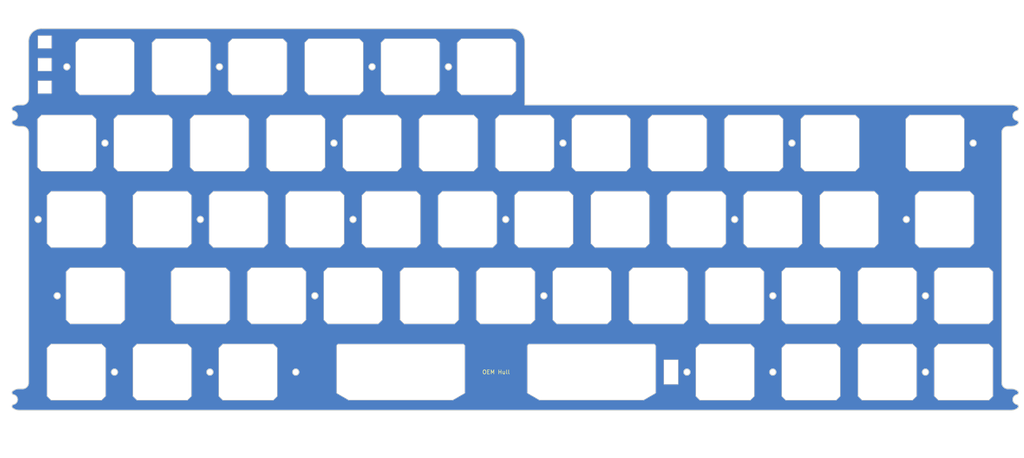
<source format=kicad_pcb>
(kicad_pcb (version 20240108) (generator "pcbnew") (generator_version "8.0")
  (layers (0 "F.Cu" signal) (31 "B.Cu" signal) (34 "B.Paste" user) (35 "F.Paste" user) (36 "B.SilkS" user "B.Silkscreen") (37 "F.SilkS" user "F.Silkscreen") (38 "B.Mask" user) (39 "F.Mask" user) (44 "Edge.Cuts" user))
  (net 0 "")
  (net 1 "GND")
  (footprint "cipulot_parts:ecs_plate_cut_1U" (layer "F.Cu") (at 242.8875 115.8875)
    (property "Reference" "REF**")
    (property "Value" "Value " (hide yes))
    (fp_line (start -7.3 -6) (end -7.3 6) (stroke (width 0.12)) (layer "Edge.Cuts"))
    (fp_line (start -7.3 6) (end -6.3 7) (stroke (width 0.12)) (layer "Edge.Cuts"))
    (fp_line (start -6.3 -7) (end -7.3 -6) (stroke (width 0.12)) (layer "Edge.Cuts"))
    (fp_line (start -6.3 7) (end 6.3 7) (stroke (width 0.12)) (layer "Edge.Cuts"))
    (fp_line (start 6.3 -7) (end -6.3 -7) (stroke (width 0.12)) (layer "Edge.Cuts"))
    (fp_line (start 6.3 -7) (end 7.3 -6) (stroke (width 0.12)) (layer "Edge.Cuts"))
    (fp_line (start 6.3 7) (end 7.3 6) (stroke (width 0.12)) (layer "Edge.Cuts"))
    (fp_line (start 7.3 6) (end 7.3 -6) (stroke (width 0.12)) (layer "Edge.Cuts"))
  )
  (footprint "cipulot_parts:ecs_plate_cut_1U" (layer "F.Cu") (at 45.24375 115.8875)
    (property "Reference" "REF**")
    (property "Value" "Value " (hide yes))
    (fp_line (start -7.3 -6) (end -7.3 6) (stroke (width 0.12)) (layer "Edge.Cuts"))
    (fp_line (start -7.3 6) (end -6.3 7) (stroke (width 0.12)) (layer "Edge.Cuts"))
    (fp_line (start -6.3 -7) (end -7.3 -6) (stroke (width 0.12)) (layer "Edge.Cuts"))
    (fp_line (start -6.3 7) (end 6.3 7) (stroke (width 0.12)) (layer "Edge.Cuts"))
    (fp_line (start 6.3 -7) (end -6.3 -7) (stroke (width 0.12)) (layer "Edge.Cuts"))
    (fp_line (start 6.3 -7) (end 7.3 -6) (stroke (width 0.12)) (layer "Edge.Cuts"))
    (fp_line (start 6.3 7) (end 7.3 6) (stroke (width 0.12)) (layer "Edge.Cuts"))
    (fp_line (start 7.3 6) (end 7.3 -6) (stroke (width 0.12)) (layer "Edge.Cuts"))
  )
  (footprint "cipulot_parts:ecs_plate_cut_1U" (layer "F.Cu") (at 190.5 77.7875)
    (property "Reference" "REF**")
    (property "Value" "Value " (hide yes))
    (fp_line (start -7.3 -6) (end -7.3 6) (stroke (width 0.12)) (layer "Edge.Cuts"))
    (fp_line (start -7.3 6) (end -6.3 7) (stroke (width 0.12)) (layer "Edge.Cuts"))
    (fp_line (start -6.3 -7) (end -7.3 -6) (stroke (width 0.12)) (layer "Edge.Cuts"))
    (fp_line (start -6.3 7) (end 6.3 7) (stroke (width 0.12)) (layer "Edge.Cuts"))
    (fp_line (start 6.3 -7) (end -6.3 -7) (stroke (width 0.12)) (layer "Edge.Cuts"))
    (fp_line (start 6.3 -7) (end 7.3 -6) (stroke (width 0.12)) (layer "Edge.Cuts"))
    (fp_line (start 6.3 7) (end 7.3 6) (stroke (width 0.12)) (layer "Edge.Cuts"))
    (fp_line (start 7.3 6) (end 7.3 -6) (stroke (width 0.12)) (layer "Edge.Cuts"))
  )
  (footprint "cipulot_parts:ecs_plate_cut_1U" (layer "F.Cu") (at 261.9375 134.9375)
    (property "Reference" "REF**")
    (property "Value" "Value " (hide yes))
    (fp_line (start -7.3 -6) (end -7.3 6) (stroke (width 0.12)) (layer "Edge.Cuts"))
    (fp_line (start -7.3 6) (end -6.3 7) (stroke (width 0.12)) (layer "Edge.Cuts"))
    (fp_line (start -6.3 -7) (end -7.3 -6) (stroke (width 0.12)) (layer "Edge.Cuts"))
    (fp_line (start -6.3 7) (end 6.3 7) (stroke (width 0.12)) (layer "Edge.Cuts"))
    (fp_line (start 6.3 -7) (end -6.3 -7) (stroke (width 0.12)) (layer "Edge.Cuts"))
    (fp_line (start 6.3 -7) (end 7.3 -6) (stroke (width 0.12)) (layer "Edge.Cuts"))
    (fp_line (start 6.3 7) (end 7.3 6) (stroke (width 0.12)) (layer "Edge.Cuts"))
    (fp_line (start 7.3 6) (end 7.3 -6) (stroke (width 0.12)) (layer "Edge.Cuts"))
  )
  (footprint "cipulot_parts:ecs_plate_cut_1U" (layer "F.Cu") (at 123.825 58.7375)
    (property "Reference" "REF**")
    (property "Value" "Value " (hide yes))
    (fp_line (start -7.3 -6) (end -7.3 6) (stroke (width 0.12)) (layer "Edge.Cuts"))
    (fp_line (start -7.3 6) (end -6.3 7) (stroke (width 0.12)) (layer "Edge.Cuts"))
    (fp_line (start -6.3 -7) (end -7.3 -6) (stroke (width 0.12)) (layer "Edge.Cuts"))
    (fp_line (start -6.3 7) (end 6.3 7) (stroke (width 0.12)) (layer "Edge.Cuts"))
    (fp_line (start 6.3 -7) (end -6.3 -7) (stroke (width 0.12)) (layer "Edge.Cuts"))
    (fp_line (start 6.3 -7) (end 7.3 -6) (stroke (width 0.12)) (layer "Edge.Cuts"))
    (fp_line (start 6.3 7) (end 7.3 6) (stroke (width 0.12)) (layer "Edge.Cuts"))
    (fp_line (start 7.3 6) (end 7.3 -6) (stroke (width 0.12)) (layer "Edge.Cuts"))
  )
  (footprint "cipulot_parts:ecs_plate_cut_1U" (layer "F.Cu") (at 261.9375 115.8875)
    (property "Reference" "REF**")
    (property "Value" "Value " (hide yes))
    (fp_line (start -7.3 -6) (end -7.3 6) (stroke (width 0.12)) (layer "Edge.Cuts"))
    (fp_line (start -7.3 6) (end -6.3 7) (stroke (width 0.12)) (layer "Edge.Cuts"))
    (fp_line (start -6.3 -7) (end -7.3 -6) (stroke (width 0.12)) (layer "Edge.Cuts"))
    (fp_line (start -6.3 7) (end 6.3 7) (stroke (width 0.12)) (layer "Edge.Cuts"))
    (fp_line (start 6.3 -7) (end -6.3 -7) (stroke (width 0.12)) (layer "Edge.Cuts"))
    (fp_line (start 6.3 -7) (end 7.3 -6) (stroke (width 0.12)) (layer "Edge.Cuts"))
    (fp_line (start 6.3 7) (end 7.3 6) (stroke (width 0.12)) (layer "Edge.Cuts"))
    (fp_line (start 7.3 6) (end 7.3 -6) (stroke (width 0.12)) (layer "Edge.Cuts"))
  )
  (footprint "cipulot_parts:ecs_plate_cut_1U" (layer "F.Cu") (at 85.725 58.7375)
    (property "Reference" "REF**")
    (property "Value" "Value " (hide yes))
    (fp_line (start -7.3 -6) (end -7.3 6) (stroke (width 0.12)) (layer "Edge.Cuts"))
    (fp_line (start -7.3 6) (end -6.3 7) (stroke (width 0.12)) (layer "Edge.Cuts"))
    (fp_line (start -6.3 -7) (end -7.3 -6) (stroke (width 0.12)) (layer "Edge.Cuts"))
    (fp_line (start -6.3 7) (end 6.3 7) (stroke (width 0.12)) (layer "Edge.Cuts"))
    (fp_line (start 6.3 -7) (end -6.3 -7) (stroke (width 0.12)) (layer "Edge.Cuts"))
    (fp_line (start 6.3 -7) (end 7.3 -6) (stroke (width 0.12)) (layer "Edge.Cuts"))
    (fp_line (start 6.3 7) (end 7.3 6) (stroke (width 0.12)) (layer "Edge.Cuts"))
    (fp_line (start 7.3 6) (end 7.3 -6) (stroke (width 0.12)) (layer "Edge.Cuts"))
  )
  (footprint "cipulot_parts:ecs_plate_cut_1U" (layer "F.Cu") (at 223.8375 115.8875)
    (property "Reference" "REF**")
    (property "Value" "Value " (hide yes))
    (fp_line (start -7.3 -6) (end -7.3 6) (stroke (width 0.12)) (layer "Edge.Cuts"))
    (fp_line (start -7.3 6) (end -6.3 7) (stroke (width 0.12)) (layer "Edge.Cuts"))
    (fp_line (start -6.3 -7) (end -7.3 -6) (stroke (width 0.12)) (layer "Edge.Cuts"))
    (fp_line (start -6.3 7) (end 6.3 7) (stroke (width 0.12)) (layer "Edge.Cuts"))
    (fp_line (start 6.3 -7) (end -6.3 -7) (stroke (width 0.12)) (layer "Edge.Cuts"))
    (fp_line (start 6.3 -7) (end 7.3 -6) (stroke (width 0.12)) (layer "Edge.Cuts"))
    (fp_line (start 6.3 7) (end 7.3 6) (stroke (width 0.12)) (layer "Edge.Cuts"))
    (fp_line (start 7.3 6) (end 7.3 -6) (stroke (width 0.12)) (layer "Edge.Cuts"))
  )
  (footprint "cipulot_parts:ecs_plate_cut_1U" (layer "F.Cu") (at 233.3625 96.8375)
    (property "Reference" "REF**")
    (property "Value" "Value " (hide yes))
    (fp_line (start -7.3 -6) (end -7.3 6) (stroke (width 0.12)) (layer "Edge.Cuts"))
    (fp_line (start -7.3 6) (end -6.3 7) (stroke (width 0.12)) (layer "Edge.Cuts"))
    (fp_line (start -6.3 -7) (end -7.3 -6) (stroke (width 0.12)) (layer "Edge.Cuts"))
    (fp_line (start -6.3 7) (end 6.3 7) (stroke (width 0.12)) (layer "Edge.Cuts"))
    (fp_line (start 6.3 -7) (end -6.3 -7) (stroke (width 0.12)) (layer "Edge.Cuts"))
    (fp_line (start 6.3 -7) (end 7.3 -6) (stroke (width 0.12)) (layer "Edge.Cuts"))
    (fp_line (start 6.3 7) (end 7.3 6) (stroke (width 0.12)) (layer "Edge.Cuts"))
    (fp_line (start 7.3 6) (end 7.3 -6) (stroke (width 0.12)) (layer "Edge.Cuts"))
  )
  (footprint "cipulot_parts:ecs_plate_cut_1U" (layer "F.Cu") (at 61.9125 96.8375)
    (property "Reference" "REF**")
    (property "Value" "Value " (hide yes))
    (fp_line (start -7.3 -6) (end -7.3 6) (stroke (width 0.12)) (layer "Edge.Cuts"))
    (fp_line (start -7.3 6) (end -6.3 7) (stroke (width 0.12)) (layer "Edge.Cuts"))
    (fp_line (start -6.3 -7) (end -7.3 -6) (stroke (width 0.12)) (layer "Edge.Cuts"))
    (fp_line (start -6.3 7) (end 6.3 7) (stroke (width 0.12)) (layer "Edge.Cuts"))
    (fp_line (start 6.3 -7) (end -6.3 -7) (stroke (width 0.12)) (layer "Edge.Cuts"))
    (fp_line (start 6.3 -7) (end 7.3 -6) (stroke (width 0.12)) (layer "Edge.Cuts"))
    (fp_line (start 6.3 7) (end 7.3 6) (stroke (width 0.12)) (layer "Edge.Cuts"))
    (fp_line (start 7.3 6) (end 7.3 -6) (stroke (width 0.12)) (layer "Edge.Cuts"))
  )
  (footprint "cipulot_parts:ecs_plate_cut_1U" (layer "F.Cu") (at 242.8875 134.9375)
    (property "Reference" "REF**")
    (property "Value" "Value " (hide yes))
    (fp_line (start -7.3 -6) (end -7.3 6) (stroke (width 0.12)) (layer "Edge.Cuts"))
    (fp_line (start -7.3 6) (end -6.3 7) (stroke (width 0.12)) (layer "Edge.Cuts"))
    (fp_line (start -6.3 -7) (end -7.3 -6) (stroke (width 0.12)) (layer "Edge.Cuts"))
    (fp_line (start -6.3 7) (end 6.3 7) (stroke (width 0.12)) (layer "Edge.Cuts"))
    (fp_line (start 6.3 -7) (end -6.3 -7) (stroke (width 0.12)) (layer "Edge.Cuts"))
    (fp_line (start 6.3 -7) (end 7.3 -6) (stroke (width 0.12)) (layer "Edge.Cuts"))
    (fp_line (start 6.3 7) (end 7.3 6) (stroke (width 0.12)) (layer "Edge.Cuts"))
    (fp_line (start 7.3 6) (end 7.3 -6) (stroke (width 0.12)) (layer "Edge.Cuts"))
  )
  (footprint "cipulot_parts:ecs_plate_cut_1U" (layer "F.Cu") (at 95.25 77.7875)
    (property "Reference" "REF**")
    (property "Value" "Value " (hide yes))
    (fp_line (start -7.3 -6) (end -7.3 6) (stroke (width 0.12)) (layer "Edge.Cuts"))
    (fp_line (start -7.3 6) (end -6.3 7) (stroke (width 0.12)) (layer "Edge.Cuts"))
    (fp_line (start -6.3 -7) (end -7.3 -6) (stroke (width 0.12)) (layer "Edge.Cuts"))
    (fp_line (start -6.3 7) (end 6.3 7) (stroke (width 0.12)) (layer "Edge.Cuts"))
    (fp_line (start 6.3 -7) (end -6.3 -7) (stroke (width 0.12)) (layer "Edge.Cuts"))
    (fp_line (start 6.3 -7) (end 7.3 -6) (stroke (width 0.12)) (layer "Edge.Cuts"))
    (fp_line (start 6.3 7) (end 7.3 6) (stroke (width 0.12)) (layer "Edge.Cuts"))
    (fp_line (start 7.3 6) (end 7.3 -6) (stroke (width 0.12)) (layer "Edge.Cuts"))
  )
  (footprint "cipulot_parts:ecs_plate_cut_2U" (layer "F.Cu") (at 169.06875 134.9375)
    (property "Reference" "REF**")
    (property "Value" "Value " (hide yes))
    (fp_line (start -16 -6.475) (end -16 5.243) (stroke (width 0.12)) (layer "Edge.Cuts"))
    (fp_line (start -16 5.243) (end -13 6.975) (stroke (width 0.12)) (layer "Edge.Cuts"))
    (fp_line (start -15.5 -6.975) (end 15.5 -6.975) (stroke (width 0.12)) (layer "Edge.Cuts"))
    (fp_line (start 13 6.975) (end -13 6.975) (stroke (width 0.12)) (layer "Edge.Cuts"))
    (fp_line (start 16 -6.475) (end 16 5.243) (stroke (width 0.12)) (layer "Edge.Cuts"))
    (fp_line (start 16 5.243) (end 13 6.975) (stroke (width 0.12)) (layer "Edge.Cuts"))
    (fp_arc (start -16 -6.475) (mid -15.853553 -6.828553) (end -15.5 -6.975) (stroke (width 0.12)) (layer "Edge.Cuts"))
    (fp_arc (start 15.5 -6.975) (mid 15.853553 -6.828553) (end 16 -6.475) (stroke (width 0.12)) (layer "Edge.Cuts"))
  )
  (footprint "cipulot_parts:ecs_plate_cut_1U" (layer "F.Cu") (at 157.1625 96.8375)
    (property "Reference" "REF**")
    (property "Value" "Value " (hide yes))
    (fp_line (start -7.3 -6) (end -7.3 6) (stroke (width 0.12)) (layer "Edge.Cuts"))
    (fp_line (start -7.3 6) (end -6.3 7) (stroke (width 0.12)) (layer "Edge.Cuts"))
    (fp_line (start -6.3 -7) (end -7.3 -6) (stroke (width 0.12)) (layer "Edge.Cuts"))
    (fp_line (start -6.3 7) (end 6.3 7) (stroke (width 0.12)) (layer "Edge.Cuts"))
    (fp_line (start 6.3 -7) (end -6.3 -7) (stroke (width 0.12)) (layer "Edge.Cuts"))
    (fp_line (start 6.3 -7) (end 7.3 -6) (stroke (width 0.12)) (layer "Edge.Cuts"))
    (fp_line (start 6.3 7) (end 7.3 6) (stroke (width 0.12)) (layer "Edge.Cuts"))
    (fp_line (start 7.3 6) (end 7.3 -6) (stroke (width 0.12)) (layer "Edge.Cuts"))
  )
  (footprint "cipulot_parts:ecs_plate_cut_1U" (layer "F.Cu") (at 109.5375 115.8875)
    (property "Reference" "REF**")
    (property "Value" "Value " (hide yes))
    (fp_line (start -7.3 -6) (end -7.3 6) (stroke (width 0.12)) (layer "Edge.Cuts"))
    (fp_line (start -7.3 6) (end -6.3 7) (stroke (width 0.12)) (layer "Edge.Cuts"))
    (fp_line (start -6.3 -7) (end -7.3 -6) (stroke (width 0.12)) (layer "Edge.Cuts"))
    (fp_line (start -6.3 7) (end 6.3 7) (stroke (width 0.12)) (layer "Edge.Cuts"))
    (fp_line (start 6.3 -7) (end -6.3 -7) (stroke (width 0.12)) (layer "Edge.Cuts"))
    (fp_line (start 6.3 -7) (end 7.3 -6) (stroke (width 0.12)) (layer "Edge.Cuts"))
    (fp_line (start 6.3 7) (end 7.3 6) (stroke (width 0.12)) (layer "Edge.Cuts"))
    (fp_line (start 7.3 6) (end 7.3 -6) (stroke (width 0.12)) (layer "Edge.Cuts"))
  )
  (footprint "cipulot_parts:ecs_plate_cut_1U" (layer "F.Cu") (at 176.2125 96.8375)
    (property "Reference" "REF**")
    (property "Value" "Value " (hide yes))
    (fp_line (start -7.3 -6) (end -7.3 6) (stroke (width 0.12)) (layer "Edge.Cuts"))
    (fp_line (start -7.3 6) (end -6.3 7) (stroke (width 0.12)) (layer "Edge.Cuts"))
    (fp_line (start -6.3 -7) (end -7.3 -6) (stroke (width 0.12)) (layer "Edge.Cuts"))
    (fp_line (start -6.3 7) (end 6.3 7) (stroke (width 0.12)) (layer "Edge.Cuts"))
    (fp_line (start 6.3 -7) (end -6.3 -7) (stroke (width 0.12)) (layer "Edge.Cuts"))
    (fp_line (start 6.3 -7) (end 7.3 -6) (stroke (width 0.12)) (layer "Edge.Cuts"))
    (fp_line (start 6.3 7) (end 7.3 6) (stroke (width 0.12)) (layer "Edge.Cuts"))
    (fp_line (start 7.3 6) (end 7.3 -6) (stroke (width 0.12)) (layer "Edge.Cuts"))
  )
  (footprint "cipulot_parts:ecs_plate_cut_1U" (layer "F.Cu") (at 76.2 77.7875)
    (property "Reference" "REF**")
    (property "Value" "Value " (hide yes))
    (fp_line (start -7.3 -6) (end -7.3 6) (stroke (width 0.12)) (layer "Edge.Cuts"))
    (fp_line (start -7.3 6) (end -6.3 7) (stroke (width 0.12)) (layer "Edge.Cuts"))
    (fp_line (start -6.3 -7) (end -7.3 -6) (stroke (width 0.12)) (layer "Edge.Cuts"))
    (fp_line (start -6.3 7) (end 6.3 7) (stroke (width 0.12)) (layer "Edge.Cuts"))
    (fp_line (start 6.3 -7) (end -6.3 -7) (stroke (width 0.12)) (layer "Edge.Cuts"))
    (fp_line (start 6.3 -7) (end 7.3 -6) (stroke (width 0.12)) (layer "Edge.Cuts"))
    (fp_line (start 6.3 7) (end 7.3 6) (stroke (width 0.12)) (layer "Edge.Cuts"))
    (fp_line (start 7.3 6) (end 7.3 -6) (stroke (width 0.12)) (layer "Edge.Cuts"))
  )
  (footprint "cipulot_parts:ecs_plate_cut_1U" (layer "F.Cu") (at 66.675 58.7375)
    (property "Reference" "REF**")
    (property "Value" "Value " (hide yes))
    (fp_line (start -7.3 -6) (end -7.3 6) (stroke (width 0.12)) (layer "Edge.Cuts"))
    (fp_line (start -7.3 6) (end -6.3 7) (stroke (width 0.12)) (layer "Edge.Cuts"))
    (fp_line (start -6.3 -7) (end -7.3 -6) (stroke (width 0.12)) (layer "Edge.Cuts"))
    (fp_line (start -6.3 7) (end 6.3 7) (stroke (width 0.12)) (layer "Edge.Cuts"))
    (fp_line (start 6.3 -7) (end -6.3 -7) (stroke (width 0.12)) (layer "Edge.Cuts"))
    (fp_line (start 6.3 -7) (end 7.3 -6) (stroke (width 0.12)) (layer "Edge.Cuts"))
    (fp_line (start 6.3 7) (end 7.3 6) (stroke (width 0.12)) (layer "Edge.Cuts"))
    (fp_line (start 7.3 6) (end 7.3 -6) (stroke (width 0.12)) (layer "Edge.Cuts"))
  )
  (footprint "cipulot_parts:ecs_plate_cut_2U" (layer "F.Cu") (at 121.44375 134.9375)
    (property "Reference" "REF**")
    (property "Value" "Value " (hide yes))
    (fp_line (start -16 -6.475) (end -16 5.243) (stroke (width 0.12)) (layer "Edge.Cuts"))
    (fp_line (start -16 5.243) (end -13 6.975) (stroke (width 0.12)) (layer "Edge.Cuts"))
    (fp_line (start -15.5 -6.975) (end 15.5 -6.975) (stroke (width 0.12)) (layer "Edge.Cuts"))
    (fp_line (start 13 6.975) (end -13 6.975) (stroke (width 0.12)) (layer "Edge.Cuts"))
    (fp_line (start 16 -6.475) (end 16 5.243) (stroke (width 0.12)) (layer "Edge.Cuts"))
    (fp_line (start 16 5.243) (end 13 6.975) (stroke (width 0.12)) (layer "Edge.Cuts"))
    (fp_arc (start -16 -6.475) (mid -15.853553 -6.828553) (end -15.5 -6.975) (stroke (width 0.12)) (layer "Edge.Cuts"))
    (fp_arc (start 15.5 -6.975) (mid 15.853553 -6.828553) (end 16 -6.475) (stroke (width 0.12)) (layer "Edge.Cuts"))
  )
  (footprint "cipulot_parts:ecs_plate_cut_1U" (layer "F.Cu") (at 128.5875 115.8875)
    (property "Reference" "REF**")
    (property "Value" "Value " (hide yes))
    (fp_line (start -7.3 -6) (end -7.3 6) (stroke (width 0.12)) (layer "Edge.Cuts"))
    (fp_line (start -7.3 6) (end -6.3 7) (stroke (width 0.12)) (layer "Edge.Cuts"))
    (fp_line (start -6.3 -7) (end -7.3 -6) (stroke (width 0.12)) (layer "Edge.Cuts"))
    (fp_line (start -6.3 7) (end 6.3 7) (stroke (width 0.12)) (layer "Edge.Cuts"))
    (fp_line (start 6.3 -7) (end -6.3 -7) (stroke (width 0.12)) (layer "Edge.Cuts"))
    (fp_line (start 6.3 -7) (end 7.3 -6) (stroke (width 0.12)) (layer "Edge.Cuts"))
    (fp_line (start 6.3 7) (end 7.3 6) (stroke (width 0.12)) (layer "Edge.Cuts"))
    (fp_line (start 7.3 6) (end 7.3 -6) (stroke (width 0.12)) (layer "Edge.Cuts"))
  )
  (footprint "cipulot_parts:ecs_plate_cut_1U" (layer "F.Cu") (at 40.48125 134.9375)
    (property "Reference" "REF**")
    (property "Value" "Value " (hide yes))
    (fp_line (start -7.3 -6) (end -7.3 6) (stroke (width 0.12)) (layer "Edge.Cuts"))
    (fp_line (start -7.3 6) (end -6.3 7) (stroke (width 0.12)) (layer "Edge.Cuts"))
    (fp_line (start -6.3 -7) (end -7.3 -6) (stroke (width 0.12)) (layer "Edge.Cuts"))
    (fp_line (start -6.3 7) (end 6.3 7) (stroke (width 0.12)) (layer "Edge.Cuts"))
    (fp_line (start 6.3 -7) (end -6.3 -7) (stroke (width 0.12)) (layer "Edge.Cuts"))
    (fp_line (start 6.3 -7) (end 7.3 -6) (stroke (width 0.12)) (layer "Edge.Cuts"))
    (fp_line (start 6.3 7) (end 7.3 6) (stroke (width 0.12)) (layer "Edge.Cuts"))
    (fp_line (start 7.3 6) (end 7.3 -6) (stroke (width 0.12)) (layer "Edge.Cuts"))
  )
  (footprint "cipulot_parts:ecs_plate_cut_1U" (layer "F.Cu") (at 57.15 77.7875)
    (property "Reference" "REF**")
    (property "Value" "Value " (hide yes))
    (fp_line (start -7.3 -6) (end -7.3 6) (stroke (width 0.12)) (layer "Edge.Cuts"))
    (fp_line (start -7.3 6) (end -6.3 7) (stroke (width 0.12)) (layer "Edge.Cuts"))
    (fp_line (start -6.3 -7) (end -7.3 -6) (stroke (width 0.12)) (layer "Edge.Cuts"))
    (fp_line (start -6.3 7) (end 6.3 7) (stroke (width 0.12)) (layer "Edge.Cuts"))
    (fp_line (start 6.3 -7) (end -6.3 -7) (stroke (width 0.12)) (layer "Edge.Cuts"))
    (fp_line (start 6.3 -7) (end 7.3 -6) (stroke (width 0.12)) (layer "Edge.Cuts"))
    (fp_line (start 6.3 7) (end 7.3 6) (stroke (width 0.12)) (layer "Edge.Cuts"))
    (fp_line (start 7.3 6) (end 7.3 -6) (stroke (width 0.12)) (layer "Edge.Cuts"))
  )
  (footprint "cipulot_parts:ecs_plate_cut_1U" (layer "F.Cu") (at 47.625 58.7375)
    (property "Reference" "REF**")
    (property "Value" "Value " (hide yes))
    (fp_line (start -7.3 -6) (end -7.3 6) (stroke (width 0.12)) (layer "Edge.Cuts"))
    (fp_line (start -7.3 6) (end -6.3 7) (stroke (width 0.12)) (layer "Edge.Cuts"))
    (fp_line (start -6.3 -7) (end -7.3 -6) (stroke (width 0.12)) (layer "Edge.Cuts"))
    (fp_line (start -6.3 7) (end 6.3 7) (stroke (width 0.12)) (layer "Edge.Cuts"))
    (fp_line (start 6.3 -7) (end -6.3 -7) (stroke (width 0.12)) (layer "Edge.Cuts"))
    (fp_line (start 6.3 -7) (end 7.3 -6) (stroke (width 0.12)) (layer "Edge.Cuts"))
    (fp_line (start 6.3 7) (end 7.3 6) (stroke (width 0.12)) (layer "Edge.Cuts"))
    (fp_line (start 7.3 6) (end 7.3 -6) (stroke (width 0.12)) (layer "Edge.Cuts"))
  )
  (footprint "cipulot_parts:ecs_plate_cut_1U" (layer "F.Cu") (at 40.48125 96.8375)
    (property "Reference" "REF**")
    (property "Value" "Value " (hide yes))
    (fp_line (start -7.3 -6) (end -7.3 6) (stroke (width 0.12)) (layer "Edge.Cuts"))
    (fp_line (start -7.3 6) (end -6.3 7) (stroke (width 0.12)) (layer "Edge.Cuts"))
    (fp_line (start -6.3 -7) (end -7.3 -6) (stroke (width 0.12)) (layer "Edge.Cuts"))
    (fp_line (start -6.3 7) (end 6.3 7) (stroke (width 0.12)) (layer "Edge.Cuts"))
    (fp_line (start 6.3 -7) (end -6.3 -7) (stroke (width 0.12)) (layer "Edge.Cuts"))
    (fp_line (start 6.3 -7) (end 7.3 -6) (stroke (width 0.12)) (layer "Edge.Cuts"))
    (fp_line (start 6.3 7) (end 7.3 6) (stroke (width 0.12)) (layer "Edge.Cuts"))
    (fp_line (start 7.3 6) (end 7.3 -6) (stroke (width 0.12)) (layer "Edge.Cuts"))
  )
  (footprint "cipulot_parts:ecs_plate_cut_1U" (layer "F.Cu") (at 171.45 77.7875)
    (property "Reference" "REF**")
    (property "Value" "Value " (hide yes))
    (fp_line (start -7.3 -6) (end -7.3 6) (stroke (width 0.12)) (layer "Edge.Cuts"))
    (fp_line (start -7.3 6) (end -6.3 7) (stroke (width 0.12)) (layer "Edge.Cuts"))
    (fp_line (start -6.3 -7) (end -7.3 -6) (stroke (width 0.12)) (layer "Edge.Cuts"))
    (fp_line (start -6.3 7) (end 6.3 7) (stroke (width 0.12)) (layer "Edge.Cuts"))
    (fp_line (start 6.3 -7) (end -6.3 -7) (stroke (width 0.12)) (layer "Edge.Cuts"))
    (fp_line (start 6.3 -7) (end 7.3 -6) (stroke (width 0.12)) (layer "Edge.Cuts"))
    (fp_line (start 6.3 7) (end 7.3 6) (stroke (width 0.12)) (layer "Edge.Cuts"))
    (fp_line (start 7.3 6) (end 7.3 -6) (stroke (width 0.12)) (layer "Edge.Cuts"))
  )
  (footprint "cipulot_parts:ecs_plate_cut_1U" (layer "F.Cu") (at 100.0125 96.8375)
    (property "Reference" "REF**")
    (property "Value" "Value " (hide yes))
    (fp_line (start -7.3 -6) (end -7.3 6) (stroke (width 0.12)) (layer "Edge.Cuts"))
    (fp_line (start -7.3 6) (end -6.3 7) (stroke (width 0.12)) (layer "Edge.Cuts"))
    (fp_line (start -6.3 -7) (end -7.3 -6) (stroke (width 0.12)) (layer "Edge.Cuts"))
    (fp_line (start -6.3 7) (end 6.3 7) (stroke (width 0.12)) (layer "Edge.Cuts"))
    (fp_line (start 6.3 -7) (end -6.3 -7) (stroke (width 0.12)) (layer "Edge.Cuts"))
    (fp_line (start 6.3 -7) (end 7.3 -6) (stroke (width 0.12)) (layer "Edge.Cuts"))
    (fp_line (start 6.3 7) (end 7.3 6) (stroke (width 0.12)) (layer "Edge.Cuts"))
    (fp_line (start 7.3 6) (end 7.3 -6) (stroke (width 0.12)) (layer "Edge.Cuts"))
  )
  (footprint "cipulot_parts:ecs_plate_cut_1U" (layer "F.Cu") (at 114.3 77.7875)
    (property "Reference" "REF**")
    (property "Value" "Value " (hide yes))
    (fp_line (start -7.3 -6) (end -7.3 6) (stroke (width 0.12)) (layer "Edge.Cuts"))
    (fp_line (start -7.3 6) (end -6.3 7) (stroke (width 0.12)) (layer "Edge.Cuts"))
    (fp_line (start -6.3 -7) (end -7.3 -6) (stroke (width 0.12)) (layer "Edge.Cuts"))
    (fp_line (start -6.3 7) (end 6.3 7) (stroke (width 0.12)) (layer "Edge.Cuts"))
    (fp_line (start 6.3 -7) (end -6.3 -7) (stroke (width 0.12)) (layer "Edge.Cuts"))
    (fp_line (start 6.3 -7) (end 7.3 -6) (stroke (width 0.12)) (layer "Edge.Cuts"))
    (fp_line (start 6.3 7) (end 7.3 6) (stroke (width 0.12)) (layer "Edge.Cuts"))
    (fp_line (start 7.3 6) (end 7.3 -6) (stroke (width 0.12)) (layer "Edge.Cuts"))
  )
  (footprint "cipulot_parts:ecs_plate_cut_1U" (layer "F.Cu") (at 204.7875 115.8875)
    (property "Reference" "REF**")
    (property "Value" "Value " (hide yes))
    (fp_line (start -7.3 -6) (end -7.3 6) (stroke (width 0.12)) (layer "Edge.Cuts"))
    (fp_line (start -7.3 6) (end -6.3 7) (stroke (width 0.12)) (layer "Edge.Cuts"))
    (fp_line (start -6.3 -7) (end -7.3 -6) (stroke (width 0.12)) (layer "Edge.Cuts"))
    (fp_line (start -6.3 7) (end 6.3 7) (stroke (width 0.12)) (layer "Edge.Cuts"))
    (fp_line (start 6.3 -7) (end -6.3 -7) (stroke (width 0.12)) (layer "Edge.Cuts"))
    (fp_line (start 6.3 -7) (end 7.3 -6) (stroke (width 0.12)) (layer "Edge.Cuts"))
    (fp_line (start 6.3 7) (end 7.3 6) (stroke (width 0.12)) (layer "Edge.Cuts"))
    (fp_line (start 7.3 6) (end 7.3 -6) (stroke (width 0.12)) (layer "Edge.Cuts"))
  )
  (footprint "cipulot_parts:ecs_plate_cut_1U" (layer "F.Cu") (at 80.9625 96.8375)
    (property "Reference" "REF**")
    (property "Value" "Value " (hide yes))
    (fp_line (start -7.3 -6) (end -7.3 6) (stroke (width 0.12)) (layer "Edge.Cuts"))
    (fp_line (start -7.3 6) (end -6.3 7) (stroke (width 0.12)) (layer "Edge.Cuts"))
    (fp_line (start -6.3 -7) (end -7.3 -6) (stroke (width 0.12)) (layer "Edge.Cuts"))
    (fp_line (start -6.3 7) (end 6.3 7) (stroke (width 0.12)) (layer "Edge.Cuts"))
    (fp_line (start 6.3 -7) (end -6.3 -7) (stroke (width 0.12)) (layer "Edge.Cuts"))
    (fp_line (start 6.3 -7) (end 7.3 -6) (stroke (width 0.12)) (layer "Edge.Cuts"))
    (fp_line (start 6.3 7) (end 7.3 6) (stroke (width 0.12)) (layer "Edge.Cuts"))
    (fp_line (start 7.3 6) (end 7.3 -6) (stroke (width 0.12)) (layer "Edge.Cuts"))
  )
  (footprint "cipulot_parts:ecs_plate_cut_1U" (layer "F.Cu") (at 83.34375 134.9375)
    (property "Reference" "REF**")
    (property "Value" "Value " (hide yes))
    (fp_line (start -7.3 -6) (end -7.3 6) (stroke (width 0.12)) (layer "Edge.Cuts"))
    (fp_line (start -7.3 6) (end -6.3 7) (stroke (width 0.12)) (layer "Edge.Cuts"))
    (fp_line (start -6.3 -7) (end -7.3 -6) (stroke (width 0.12)) (layer "Edge.Cuts"))
    (fp_line (start -6.3 7) (end 6.3 7) (stroke (width 0.12)) (layer "Edge.Cuts"))
    (fp_line (start 6.3 -7) (end -6.3 -7) (stroke (width 0.12)) (layer "Edge.Cuts"))
    (fp_line (start 6.3 -7) (end 7.3 -6) (stroke (width 0.12)) (layer "Edge.Cuts"))
    (fp_line (start 6.3 7) (end 7.3 6) (stroke (width 0.12)) (layer "Edge.Cuts"))
    (fp_line (start 7.3 6) (end 7.3 -6) (stroke (width 0.12)) (layer "Edge.Cuts"))
  )
  (footprint "cipulot_parts:ecs_plate_cut_1U" (layer "F.Cu") (at 214.3125 96.8375)
    (property "Reference" "REF**")
    (property "Value" "Value " (hide yes))
    (fp_line (start -7.3 -6) (end -7.3 6) (stroke (width 0.12)) (layer "Edge.Cuts"))
    (fp_line (start -7.3 6) (end -6.3 7) (stroke (width 0.12)) (layer "Edge.Cuts"))
    (fp_line (start -6.3 -7) (end -7.3 -6) (stroke (width 0.12)) (layer "Edge.Cuts"))
    (fp_line (start -6.3 7) (end 6.3 7) (stroke (width 0.12)) (layer "Edge.Cuts"))
    (fp_line (start 6.3 -7) (end -6.3 -7) (stroke (width 0.12)) (layer "Edge.Cuts"))
    (fp_line (start 6.3 -7) (end 7.3 -6) (stroke (width 0.12)) (layer "Edge.Cuts"))
    (fp_line (start 6.3 7) (end 7.3 6) (stroke (width 0.12)) (layer "Edge.Cuts"))
    (fp_line (start 7.3 6) (end 7.3 -6) (stroke (width 0.12)) (layer "Edge.Cuts"))
  )
  (footprint "cipulot_parts:ecs_plate_cut_1U" (layer "F.Cu") (at 38.1 77.7875)
    (property "Reference" "REF**")
    (property "Value" "Value " (hide yes))
    (fp_line (start -7.3 -6) (end -7.3 6) (stroke (width 0.12)) (layer "Edge.Cuts"))
    (fp_line (start -7.3 6) (end -6.3 7) (stroke (width 0.12)) (layer "Edge.Cuts"))
    (fp_line (start -6.3 -7) (end -7.3 -6) (stroke (width 0.12)) (layer "Edge.Cuts"))
    (fp_line (start -6.3 7) (end 6.3 7) (stroke (width 0.12)) (layer "Edge.Cuts"))
    (fp_line (start 6.3 -7) (end -6.3 -7) (stroke (width 0.12)) (layer "Edge.Cuts"))
    (fp_line (start 6.3 -7) (end 7.3 -6) (stroke (width 0.12)) (layer "Edge.Cuts"))
    (fp_line (start 6.3 7) (end 7.3 6) (stroke (width 0.12)) (layer "Edge.Cuts"))
    (fp_line (start 7.3 6) (end 7.3 -6) (stroke (width 0.12)) (layer "Edge.Cuts"))
  )
  (footprint "cipulot_parts:ecs_plate_cut_1U" (layer "F.Cu") (at 138.1125 96.8375)
    (property "Reference" "REF**")
    (property "Value" "Value " (hide yes))
    (fp_line (start -7.3 -6) (end -7.3 6) (stroke (width 0.12)) (layer "Edge.Cuts"))
    (fp_line (start -7.3 6) (end -6.3 7) (stroke (width 0.12)) (layer "Edge.Cuts"))
    (fp_line (start -6.3 -7) (end -7.3 -6) (stroke (width 0.12)) (layer "Edge.Cuts"))
    (fp_line (start -6.3 7) (end 6.3 7) (stroke (width 0.12)) (layer "Edge.Cuts"))
    (fp_line (start 6.3 -7) (end -6.3 -7) (stroke (width 0.12)) (layer "Edge.Cuts"))
    (fp_line (start 6.3 -7) (end 7.3 -6) (stroke (width 0.12)) (layer "Edge.Cuts"))
    (fp_line (start 6.3 7) (end 7.3 6) (stroke (width 0.12)) (layer "Edge.Cuts"))
    (fp_line (start 7.3 6) (end 7.3 -6) (stroke (width 0.12)) (layer "Edge.Cuts"))
  )
  (footprint "cipulot_parts:ecs_plate_cut_1U" (layer "F.Cu") (at 202.40625 134.9375)
    (property "Reference" "REF**")
    (property "Value" "Value " (hide yes))
    (fp_line (start -7.3 -6) (end -7.3 6) (stroke (width 0.12)) (layer "Edge.Cuts"))
    (fp_line (start -7.3 6) (end -6.3 7) (stroke (width 0.12)) (layer "Edge.Cuts"))
    (fp_line (start -6.3 -7) (end -7.3 -6) (stroke (width 0.12)) (layer "Edge.Cuts"))
    (fp_line (start -6.3 7) (end 6.3 7) (stroke (width 0.12)) (layer "Edge.Cuts"))
    (fp_line (start 6.3 -7) (end -6.3 -7) (stroke (width 0.12)) (layer "Edge.Cuts"))
    (fp_line (start 6.3 -7) (end 7.3 -6) (stroke (width 0.12)) (layer "Edge.Cuts"))
    (fp_line (start 6.3 7) (end 7.3 6) (stroke (width 0.12)) (layer "Edge.Cuts"))
    (fp_line (start 7.3 6) (end 7.3 -6) (stroke (width 0.12)) (layer "Edge.Cuts"))
  )
  (footprint "cipulot_parts:ecs_plate_cut_1U" (layer "F.Cu") (at 254.79375 77.7875)
    (property "Reference" "REF**")
    (property "Value" "Value " (hide yes))
    (fp_line (start -7.3 -6) (end -7.3 6) (stroke (width 0.12)) (layer "Edge.Cuts"))
    (fp_line (start -7.3 6) (end -6.3 7) (stroke (width 0.12)) (layer "Edge.Cuts"))
    (fp_line (start -6.3 -7) (end -7.3 -6) (stroke (width 0.12)) (layer "Edge.Cuts"))
    (fp_line (start -6.3 7) (end 6.3 7) (stroke (width 0.12)) (layer "Edge.Cuts"))
    (fp_line (start 6.3 -7) (end -6.3 -7) (stroke (width 0.12)) (layer "Edge.Cuts"))
    (fp_line (start 6.3 -7) (end 7.3 -6) (stroke (width 0.12)) (layer "Edge.Cuts"))
    (fp_line (start 6.3 7) (end 7.3 6) (stroke (width 0.12)) (layer "Edge.Cuts"))
    (fp_line (start 7.3 6) (end 7.3 -6) (stroke (width 0.12)) (layer "Edge.Cuts"))
  )
  (footprint "cipulot_parts:ecs_plate_cut_1U" (layer "F.Cu") (at 223.8375 134.9375)
    (property "Reference" "REF**")
    (property "Value" "Value " (hide yes))
    (fp_line (start -7.3 -6) (end -7.3 6) (stroke (width 0.12)) (layer "Edge.Cuts"))
    (fp_line (start -7.3 6) (end -6.3 7) (stroke (width 0.12)) (layer "Edge.Cuts"))
    (fp_line (start -6.3 -7) (end -7.3 -6) (stroke (width 0.12)) (layer "Edge.Cuts"))
    (fp_line (start -6.3 7) (end 6.3 7) (stroke (width 0.12)) (layer "Edge.Cuts"))
    (fp_line (start 6.3 -7) (end -6.3 -7) (stroke (width 0.12)) (layer "Edge.Cuts"))
    (fp_line (start 6.3 -7) (end 7.3 -6) (stroke (width 0.12)) (layer "Edge.Cuts"))
    (fp_line (start 6.3 7) (end 7.3 6) (stroke (width 0.12)) (layer "Edge.Cuts"))
    (fp_line (start 7.3 6) (end 7.3 -6) (stroke (width 0.12)) (layer "Edge.Cuts"))
  )
  (footprint "cipulot_parts:ecs_plate_cut_1U" (layer "F.Cu") (at 209.55 77.7875)
    (property "Reference" "REF**")
    (property "Value" "Value " (hide yes))
    (fp_line (start -7.3 -6) (end -7.3 6) (stroke (width 0.12)) (layer "Edge.Cuts"))
    (fp_line (start -7.3 6) (end -6.3 7) (stroke (width 0.12)) (layer "Edge.Cuts"))
    (fp_line (start -6.3 -7) (end -7.3 -6) (stroke (width 0.12)) (layer "Edge.Cuts"))
    (fp_line (start -6.3 7) (end 6.3 7) (stroke (width 0.12)) (layer "Edge.Cuts"))
    (fp_line (start 6.3 -7) (end -6.3 -7) (stroke (width 0.12)) (layer "Edge.Cuts"))
    (fp_line (start 6.3 -7) (end 7.3 -6) (stroke (width 0.12)) (layer "Edge.Cuts"))
    (fp_line (start 6.3 7) (end 7.3 6) (stroke (width 0.12)) (layer "Edge.Cuts"))
    (fp_line (start 7.3 6) (end 7.3 -6) (stroke (width 0.12)) (layer "Edge.Cuts"))
  )
  (footprint "cipulot_parts:ecs_plate_cut_1U" (layer "F.Cu") (at 195.2625 96.8375)
    (property "Reference" "REF**")
    (property "Value" "Value " (hide yes))
    (fp_line (start -7.3 -6) (end -7.3 6) (stroke (width 0.12)) (layer "Edge.Cuts"))
    (fp_line (start -7.3 6) (end -6.3 7) (stroke (width 0.12)) (layer "Edge.Cuts"))
    (fp_line (start -6.3 -7) (end -7.3 -6) (stroke (width 0.12)) (layer "Edge.Cuts"))
    (fp_line (start -6.3 7) (end 6.3 7) (stroke (width 0.12)) (layer "Edge.Cuts"))
    (fp_line (start 6.3 -7) (end -6.3 -7) (stroke (width 0.12)) (layer "Edge.Cuts"))
    (fp_line (start 6.3 -7) (end 7.3 -6) (stroke (width 0.12)) (layer "Edge.Cuts"))
    (fp_line (start 6.3 7) (end 7.3 6) (stroke (width 0.12)) (layer "Edge.Cuts"))
    (fp_line (start 7.3 6) (end 7.3 -6) (stroke (width 0.12)) (layer "Edge.Cuts"))
  )
  (footprint "cipulot_parts:ecs_plate_cut_1U" (layer "F.Cu") (at 185.7375 115.8875)
    (property "Reference" "REF**")
    (property "Value" "Value " (hide yes))
    (fp_line (start -7.3 -6) (end -7.3 6) (stroke (width 0.12)) (layer "Edge.Cuts"))
    (fp_line (start -7.3 6) (end -6.3 7) (stroke (width 0.12)) (layer "Edge.Cuts"))
    (fp_line (start -6.3 -7) (end -7.3 -6) (stroke (width 0.12)) (layer "Edge.Cuts"))
    (fp_line (start -6.3 7) (end 6.3 7) (stroke (width 0.12)) (layer "Edge.Cuts"))
    (fp_line (start 6.3 -7) (end -6.3 -7) (stroke (width 0.12)) (layer "Edge.Cuts"))
    (fp_line (start 6.3 -7) (end 7.3 -6) (stroke (width 0.12)) (layer "Edge.Cuts"))
    (fp_line (start 6.3 7) (end 7.3 6) (stroke (width 0.12)) (layer "Edge.Cuts"))
    (fp_line (start 7.3 6) (end 7.3 -6) (stroke (width 0.12)) (layer "Edge.Cuts"))
  )
  (footprint "cipulot_parts:ecs_plate_cut_1U" (layer "F.Cu") (at 61.9125 134.9375)
    (property "Reference" "REF**")
    (property "Value" "Value " (hide yes))
    (fp_line (start -7.3 -6) (end -7.3 6) (stroke (width 0.12)) (layer "Edge.Cuts"))
    (fp_line (start -7.3 6) (end -6.3 7) (stroke (width 0.12)) (layer "Edge.Cuts"))
    (fp_line (start -6.3 -7) (end -7.3 -6) (stroke (width 0.12)) (layer "Edge.Cuts"))
    (fp_line (start -6.3 7) (end 6.3 7) (stroke (width 0.12)) (layer "Edge.Cuts"))
    (fp_line (start 6.3 -7) (end -6.3 -7) (stroke (width 0.12)) (layer "Edge.Cuts"))
    (fp_line (start 6.3 -7) (end 7.3 -6) (stroke (width 0.12)) (layer "Edge.Cuts"))
    (fp_line (start 6.3 7) (end 7.3 6) (stroke (width 0.12)) (layer "Edge.Cuts"))
    (fp_line (start 7.3 6) (end 7.3 -6) (stroke (width 0.12)) (layer "Edge.Cuts"))
  )
  (footprint "cipulot_parts:ecs_plate_cut_1U" (layer "F.Cu") (at 147.6375 115.8875)
    (property "Reference" "REF**")
    (property "Value" "Value " (hide yes))
    (fp_line (start -7.3 -6) (end -7.3 6) (stroke (width 0.12)) (layer "Edge.Cuts"))
    (fp_line (start -7.3 6) (end -6.3 7) (stroke (width 0.12)) (layer "Edge.Cuts"))
    (fp_line (start -6.3 -7) (end -7.3 -6) (stroke (width 0.12)) (layer "Edge.Cuts"))
    (fp_line (start -6.3 7) (end 6.3 7) (stroke (width 0.12)) (layer "Edge.Cuts"))
    (fp_line (start 6.3 -7) (end -6.3 -7) (stroke (width 0.12)) (layer "Edge.Cuts"))
    (fp_line (start 6.3 -7) (end 7.3 -6) (stroke (width 0.12)) (layer "Edge.Cuts"))
    (fp_line (start 6.3 7) (end 7.3 6) (stroke (width 0.12)) (layer "Edge.Cuts"))
    (fp_line (start 7.3 6) (end 7.3 -6) (stroke (width 0.12)) (layer "Edge.Cuts"))
  )
  (footprint "cipulot_parts:ecs_plate_cut_1U" (layer "F.Cu") (at 119.0625 96.8375)
    (property "Reference" "REF**")
    (property "Value" "Value " (hide yes))
    (fp_line (start -7.3 -6) (end -7.3 6) (stroke (width 0.12)) (layer "Edge.Cuts"))
    (fp_line (start -7.3 6) (end -6.3 7) (stroke (width 0.12)) (layer "Edge.Cuts"))
    (fp_line (start -6.3 -7) (end -7.3 -6) (stroke (width 0.12)) (layer "Edge.Cuts"))
    (fp_line (start -6.3 7) (end 6.3 7) (stroke (width 0.12)) (layer "Edge.Cuts"))
    (fp_line (start 6.3 -7) (end -6.3 -7) (stroke (width 0.12)) (layer "Edge.Cuts"))
    (fp_line (start 6.3 -7) (end 7.3 -6) (stroke (width 0.12)) (layer "Edge.Cuts"))
    (fp_line (start 6.3 7) (end 7.3 6) (stroke (width 0.12)) (layer "Edge.Cuts"))
    (fp_line (start 7.3 6) (end 7.3 -6) (stroke (width 0.12)) (layer "Edge.Cuts"))
  )
  (footprint "cipulot_parts:ecs_plate_cut_1U" (layer "F.Cu") (at 152.4 77.7875)
    (property "Reference" "REF**")
    (property "Value" "Value " (hide yes))
    (fp_line (start -7.3 -6) (end -7.3 6) (stroke (width 0.12)) (layer "Edge.Cuts"))
    (fp_line (start -7.3 6) (end -6.3 7) (stroke (width 0.12)) (layer "Edge.Cuts"))
    (fp_line (start -6.3 -7) (end -7.3 -6) (stroke (width 0.12)) (layer "Edge.Cuts"))
    (fp_line (start -6.3 7) (end 6.3 7) (stroke (width 0.12)) (layer "Edge.Cuts"))
    (fp_line (start 6.3 -7) (end -6.3 -7) (stroke (width 0.12)) (layer "Edge.Cuts"))
    (fp_line (start 6.3 -7) (end 7.3 -6) (stroke (width 0.12)) (layer "Edge.Cuts"))
    (fp_line (start 6.3 7) (end 7.3 6) (stroke (width 0.12)) (layer "Edge.Cuts"))
    (fp_line (start 7.3 6) (end 7.3 -6) (stroke (width 0.12)) (layer "Edge.Cuts"))
  )
  (footprint "cipulot_parts:ecs_plate_cut_1U" (layer "F.Cu") (at 90.4875 115.8875)
    (property "Reference" "REF**")
    (property "Value" "Value " (hide yes))
    (fp_line (start -7.3 -6) (end -7.3 6) (stroke (width 0.12)) (layer "Edge.Cuts"))
    (fp_line (start -7.3 6) (end -6.3 7) (stroke (width 0.12)) (layer "Edge.Cuts"))
    (fp_line (start -6.3 -7) (end -7.3 -6) (stroke (width 0.12)) (layer "Edge.Cuts"))
    (fp_line (start -6.3 7) (end 6.3 7) (stroke (width 0.12)) (layer "Edge.Cuts"))
    (fp_line (start 6.3 -7) (end -6.3 -7) (stroke (width 0.12)) (layer "Edge.Cuts"))
    (fp_line (start 6.3 -7) (end 7.3 -6) (stroke (width 0.12)) (layer "Edge.Cuts"))
    (fp_line (start 6.3 7) (end 7.3 6) (stroke (width 0.12)) (layer "Edge.Cuts"))
    (fp_line (start 7.3 6) (end 7.3 -6) (stroke (width 0.12)) (layer "Edge.Cuts"))
  )
  (footprint "cipulot_parts:ecs_plate_cut_1U" (layer "F.Cu") (at 257.175 96.8375)
    (property "Reference" "REF**")
    (property "Value" "Value " (hide yes))
    (fp_line (start -7.3 -6) (end -7.3 6) (stroke (width 0.12)) (layer "Edge.Cuts"))
    (fp_line (start -7.3 6) (end -6.3 7) (stroke (width 0.12)) (layer "Edge.Cuts"))
    (fp_line (start -6.3 -7) (end -7.3 -6) (stroke (width 0.12)) (layer "Edge.Cuts"))
    (fp_line (start -6.3 7) (end 6.3 7) (stroke (width 0.12)) (layer "Edge.Cuts"))
    (fp_line (start 6.3 -7) (end -6.3 -7) (stroke (width 0.12)) (layer "Edge.Cuts"))
    (fp_line (start 6.3 -7) (end 7.3 -6) (stroke (width 0.12)) (layer "Edge.Cuts"))
    (fp_line (start 6.3 7) (end 7.3 6) (stroke (width 0.12)) (layer "Edge.Cuts"))
    (fp_line (start 7.3 6) (end 7.3 -6) (stroke (width 0.12)) (layer "Edge.Cuts"))
  )
  (footprint "cipulot_parts:ecs_plate_cut_1U" (layer "F.Cu") (at 166.6875 115.8875)
    (property "Reference" "REF**")
    (property "Value" "Value " (hide yes))
    (fp_line (start -7.3 -6) (end -7.3 6) (stroke (width 0.12)) (layer "Edge.Cuts"))
    (fp_line (start -7.3 6) (end -6.3 7) (stroke (width 0.12)) (layer "Edge.Cuts"))
    (fp_line (start -6.3 -7) (end -7.3 -6) (stroke (width 0.12)) (layer "Edge.Cuts"))
    (fp_line (start -6.3 7) (end 6.3 7) (stroke (width 0.12)) (layer "Edge.Cuts"))
    (fp_line (start 6.3 -7) (end -6.3 -7) (stroke (width 0.12)) (layer "Edge.Cuts"))
    (fp_line (start 6.3 -7) (end 7.3 -6) (stroke (width 0.12)) (layer "Edge.Cuts"))
    (fp_line (start 6.3 7) (end 7.3 6) (stroke (width 0.12)) (layer "Edge.Cuts"))
    (fp_line (start 7.3 6) (end 7.3 -6) (stroke (width 0.12)) (layer "Edge.Cuts"))
  )
  (footprint "cipulot_parts:ecs_plate_cut_1U" (layer "F.Cu") (at 104.775 58.7375)
    (property "Reference" "REF**")
    (property "Value" "Value " (hide yes))
    (fp_line (start -7.3 -6) (end -7.3 6) (stroke (width 0.12)) (layer "Edge.Cuts"))
    (fp_line (start -7.3 6) (end -6.3 7) (stroke (width 0.12)) (layer "Edge.Cuts"))
    (fp_line (start -6.3 -7) (end -7.3 -6) (stroke (width 0.12)) (layer "Edge.Cuts"))
    (fp_line (start -6.3 7) (end 6.3 7) (stroke (width 0.12)) (layer "Edge.Cuts"))
    (fp_line (start 6.3 -7) (end -6.3 -7) (stroke (width 0.12)) (layer "Edge.Cuts"))
    (fp_line (start 6.3 -7) (end 7.3 -6) (stroke (width 0.12)) (layer "Edge.Cuts"))
    (fp_line (start 6.3 7) (end 7.3 6) (stroke (width 0.12)) (layer "Edge.Cuts"))
    (fp_line (start 7.3 6) (end 7.3 -6) (stroke (width 0.12)) (layer "Edge.Cuts"))
  )
  (footprint "cipulot_parts:ecs_plate_cut_1U" (layer "F.Cu") (at 133.35 77.7875)
    (property "Reference" "REF**")
    (property "Value" "Value " (hide yes))
    (fp_line (start -7.3 -6) (end -7.3 6) (stroke (width 0.12)) (layer "Edge.Cuts"))
    (fp_line (start -7.3 6) (end -6.3 7) (stroke (width 0.12)) (layer "Edge.Cuts"))
    (fp_line (start -6.3 -7) (end -7.3 -6) (stroke (width 0.12)) (layer "Edge.Cuts"))
    (fp_line (start -6.3 7) (end 6.3 7) (stroke (width 0.12)) (layer "Edge.Cuts"))
    (fp_line (start 6.3 -7) (end -6.3 -7) (stroke (width 0.12)) (layer "Edge.Cuts"))
    (fp_line (start 6.3 -7) (end 7.3 -6) (stroke (width 0.12)) (layer "Edge.Cuts"))
    (fp_line (start 6.3 7) (end 7.3 6) (stroke (width 0.12)) (layer "Edge.Cuts"))
    (fp_line (start 7.3 6) (end 7.3 -6) (stroke (width 0.12)) (layer "Edge.Cuts"))
  )
  (footprint "cipulot_parts:ecs_plate_cut_1U" (layer "F.Cu") (at 228.6 77.7875)
    (property "Reference" "REF**")
    (property "Value" "Value " (hide yes))
    (fp_line (start -7.3 -6) (end -7.3 6) (stroke (width 0.12)) (layer "Edge.Cuts"))
    (fp_line (start -7.3 6) (end -6.3 7) (stroke (width 0.12)) (layer "Edge.Cuts"))
    (fp_line (start -6.3 -7) (end -7.3 -6) (stroke (width 0.12)) (layer "Edge.Cuts"))
    (fp_line (start -6.3 7) (end 6.3 7) (stroke (width 0.12)) (layer "Edge.Cuts"))
    (fp_line (start 6.3 -7) (end -6.3 -7) (stroke (width 0.12)) (layer "Edge.Cuts"))
    (fp_line (start 6.3 -7) (end 7.3 -6) (stroke (width 0.12)) (layer "Edge.Cuts"))
    (fp_line (start 6.3 7) (end 7.3 6) (stroke (width 0.12)) (layer "Edge.Cuts"))
    (fp_line (start 7.3 6) (end 7.3 -6) (stroke (width 0.12)) (layer "Edge.Cuts"))
  )
  (footprint "cipulot_parts:ecs_plate_cut_1U" (layer "F.Cu") (at 71.4375 115.8875)
    (property "Reference" "REF**")
    (property "Value" "Value " (hide yes))
    (fp_line (start -7.3 -6) (end -7.3 6) (stroke (width 0.12)) (layer "Edge.Cuts"))
    (fp_line (start -7.3 6) (end -6.3 7) (stroke (width 0.12)) (layer "Edge.Cuts"))
    (fp_line (start -6.3 -7) (end -7.3 -6) (stroke (width 0.12)) (layer "Edge.Cuts"))
    (fp_line (start -6.3 7) (end 6.3 7) (stroke (width 0.12)) (layer "Edge.Cuts"))
    (fp_line (start 6.3 -7) (end -6.3 -7) (stroke (width 0.12)) (layer "Edge.Cuts"))
    (fp_line (start 6.3 -7) (end 7.3 -6) (stroke (width 0.12)) (layer "Edge.Cuts"))
    (fp_line (start 6.3 7) (end 7.3 6) (stroke (width 0.12)) (layer "Edge.Cuts"))
    (fp_line (start 7.3 6) (end 7.3 -6) (stroke (width 0.12)) (layer "Edge.Cuts"))
  )
  (footprint "cipulot_parts:ecs_plate_cut_1U" (layer "F.Cu") (at 142.875 58.7375)
    (property "Reference" "REF**")
    (property "Value" "Value " (hide yes))
    (fp_line (start -7.3 -6) (end -7.3 6) (stroke (width 0.12)) (layer "Edge.Cuts"))
    (fp_line (start -7.3 6) (end -6.3 7) (stroke (width 0.12)) (layer "Edge.Cuts"))
    (fp_line (start -6.3 -7) (end -7.3 -6) (stroke (width 0.12)) (layer "Edge.Cuts"))
    (fp_line (start -6.3 7) (end 6.3 7) (stroke (width 0.12)) (layer "Edge.Cuts"))
    (fp_line (start 6.3 -7) (end -6.3 -7) (stroke (width 0.12)) (layer "Edge.Cuts"))
    (fp_line (start 6.3 -7) (end 7.3 -6) (stroke (width 0.12)) (layer "Edge.Cuts"))
    (fp_line (start 6.3 7) (end 7.3 6) (stroke (width 0.12)) (layer "Edge.Cuts"))
    (fp_line (start 7.3 6) (end 7.3 -6) (stroke (width 0.12)) (layer "Edge.Cuts"))
  )
  (gr_circle (center 147.6375 96.8375) (end 148.4375 96.8375) (stroke (width 0.2)) (fill none) (layer "Edge.Cuts"))
  (gr_circle (center 30.95625 96.8375) (end 31.75625 96.8375) (stroke (width 0.2)) (fill none) (layer "Edge.Cuts"))
  (gr_arc (start 275.429947 73.048896) (mid 274.655728 73.467679) (end 273.7875 73.6125) (stroke (width 0.2)) (layer "Edge.Cuts"))
  (gr_circle (center 71.4375 96.8375) (end 72.2375 96.8375) (stroke (width 0.2)) (fill none) (layer "Edge.Cuts"))
  (gr_arc (start 26.25 73.6125) (mid 25.381771 73.467679) (end 24.607553 73.048896) (stroke (width 0.2)) (layer "Edge.Cuts"))
  (gr_arc (start 28.575 52.3875) (mid 29.504936 50.142436) (end 31.75 49.2125) (stroke (width 0.2)) (layer "Edge.Cuts"))
  (gr_circle (center 109.5375 96.8375) (end 110.3375 96.8375) (stroke (width 0.2)) (fill none) (layer "Edge.Cuts"))
  (gr_rect (start 30.899001 50.952301) (end 34.298999 54.152701) (stroke (width 0.1)) (fill none) (layer "Edge.Cuts"))
  (gr_circle (center 76.2 58.7375) (end 77 58.7375) (stroke (width 0.2)) (fill none) (layer "Edge.Cuts"))
  (gr_line (start 31.75 49.2125) (end 149.225 49.2125) (stroke (width 0.2)) (layer "Edge.Cuts"))
  (gr_line (start 272.9625 73.6125) (end 273.7875 73.6125) (stroke (width 0.2)) (layer "Edge.Cuts"))
  (gr_arc (start 27.075 73.6125) (mid 28.13566 74.05184) (end 28.575 75.1125) (stroke (width 0.2)) (layer "Edge.Cuts"))
  (gr_arc (start 28.575 137.6125) (mid 28.13566 138.67316) (end 27.075 139.1125) (stroke (width 0.2)) (layer "Edge.Cuts"))
  (gr_circle (center 161.925 77.7875) (end 162.725 77.7875) (stroke (width 0.2)) (fill none) (layer "Edge.Cuts"))
  (gr_circle (center 204.7875 96.8375) (end 205.5875 96.8375) (stroke (width 0.2)) (fill none) (layer "Edge.Cuts"))
  (gr_line (start 28.575 66.7625) (end 28.575 52.3875) (stroke (width 0.2)) (layer "Edge.Cuts"))
  (gr_line (start 273.7875 68.2625) (end 152.4 68.2625) (stroke (width 0.2)) (layer "Edge.Cuts"))
  (gr_circle (center 247.65 96.8375) (end 248.45 96.8375) (stroke (width 0.2)) (fill none) (layer "Edge.Cuts"))
  (gr_arc (start 24.607553 73.048896) (mid 24.428051 72.53883) (end 24.817537 72.163745) (stroke (width 0.2)) (layer "Edge.Cuts"))
  (gr_circle (center 157.1625 115.8875) (end 157.9625 115.8875) (stroke (width 0.2)) (fill none) (layer "Edge.Cuts"))
  (gr_circle (center 214.3125 134.9375) (end 215.1125 134.9375) (stroke (width 0.2)) (fill none) (layer "Edge.Cuts"))
  (gr_arc (start 26.25 144.4625) (mid 25.381771 144.317679) (end 24.607553 143.898896) (stroke (width 0.2)) (layer "Edge.Cuts"))
  (gr_line (start 26.25 73.6125) (end 27.075 73.6125) (stroke (width 0.2)) (layer "Edge.Cuts"))
  (gr_arc (start 275.219963 143.013745) (mid 274.2125 141.7875) (end 275.219963 140.561255) (stroke (width 0.2)) (layer "Edge.Cuts"))
  (gr_arc (start 271.4625 75.1125) (mid 271.90184 74.05184) (end 272.9625 73.6125) (stroke (width 0.2)) (layer "Edge.Cuts"))
  (gr_arc (start 275.219963 143.013745) (mid 275.609371 143.388817) (end 275.429947 143.898896) (stroke (width 0.2)) (layer "Edge.Cuts"))
  (gr_line (start 27.075 68.2625) (end 26.25 68.2625) (stroke (width 0.2)) (layer "Edge.Cuts"))
  (gr_line (start 28.575 137.6125) (end 28.575 75.1125) (stroke (width 0.2)) (layer "Edge.Cuts"))
  (gr_circle (center 219.075 77.7875) (end 219.875 77.7875) (stroke (width 0.2)) (fill none) (layer "Edge.Cuts"))
  (gr_rect (start 30.900001 62.204601) (end 34.299999 65.405001) (stroke (width 0.1)) (fill none) (layer "Edge.Cuts"))
  (gr_circle (center 192.88125 134.9375) (end 193.68125 134.9375) (stroke (width 0.2)) (fill none) (layer "Edge.Cuts"))
  (gr_line (start 273.7875 139.1125) (end 272.9625 139.1125) (stroke (width 0.2)) (layer "Edge.Cuts"))
  (gr_circle (center 114.3 58.7375) (end 115.1 58.7375) (stroke (width 0.2)) (fill none) (layer "Edge.Cuts"))
  (gr_arc (start 24.607553 68.826104) (mid 25.381772 68.407321) (end 26.25 68.2625) (stroke (width 0.2)) (layer "Edge.Cuts"))
  (gr_arc (start 275.219963 72.163745) (mid 275.60945 72.538812) (end 275.429947 73.048896) (stroke (width 0.2)) (layer "Edge.Cuts"))
  (gr_circle (center 214.3125 115.8875) (end 215.1125 115.8875) (stroke (width 0.2)) (fill none) (layer "Edge.Cuts"))
  (gr_arc (start 273.7875 68.2625) (mid 274.655728 68.407321) (end 275.429947 68.826104) (stroke (width 0.2)) (layer "Edge.Cuts"))
  (gr_circle (center 252.4125 115.8875) (end 253.2125 115.8875) (stroke (width 0.2)) (fill none) (layer "Edge.Cuts"))
  (gr_rect (start 187.123653 131.867762) (end 190.715197 138.012074) (stroke (width 0.1)) (fill none) (layer "Edge.Cuts"))
  (gr_circle (center 47.625 77.7875) (end 48.425 77.7875) (stroke (width 0.2)) (fill none) (layer "Edge.Cuts"))
  (gr_line (start 271.4625 75.1125) (end 271.4625 137.6125) (stroke (width 0.2)) (layer "Edge.Cuts"))
  (gr_circle (center 35.71875 115.8875) (end 36.51875 115.8875) (stroke (width 0.2)) (fill none) (layer "Edge.Cuts"))
  (gr_circle (center 252.4125 134.9375) (end 253.2125 134.9375) (stroke (width 0.2)) (fill none) (layer "Edge.Cuts"))
  (gr_circle (center 100.0125 115.8875) (end 100.8125 115.8875) (stroke (width 0.2)) (fill none) (layer "Edge.Cuts"))
  (gr_circle (center 95.25 134.9375) (end 96.05 134.9375) (stroke (width 0.2)) (fill none) (layer "Edge.Cuts"))
  (gr_circle (center 264.31875 77.7875) (end 265.11875 77.7875) (stroke (width 0.2)) (fill none) (layer "Edge.Cuts"))
  (gr_arc (start 275.429947 68.826104) (mid 275.609464 69.336205) (end 275.219963 69.711255) (stroke (width 0.2)) (layer "Edge.Cuts"))
  (gr_arc (start 24.607553 143.898896) (mid 24.428051 143.38883) (end 24.817537 143.013745) (stroke (width 0.2)) (layer "Edge.Cuts"))
  (gr_arc (start 275.219963 72.163745) (mid 274.2125 70.9375) (end 275.219963 69.711255) (stroke (width 0.2)) (layer "Edge.Cuts"))
  (gr_arc (start 24.817537 69.711255) (mid 24.428055 69.336169) (end 24.607553 68.826104) (stroke (width 0.2)) (layer "Edge.Cuts"))
  (gr_circle (center 104.775 77.7875) (end 105.575 77.7875) (stroke (width 0.2)) (fill none) (layer "Edge.Cuts"))
  (gr_arc (start 24.817537 69.711255) (mid 25.825 70.9375) (end 24.817537 72.163745) (stroke (width 0.2)) (layer "Edge.Cuts"))
  (gr_arc (start 24.607553 139.676104) (mid 25.381772 139.257321) (end 26.25 139.1125) (stroke (width 0.2)) (layer "Edge.Cuts"))
  (gr_arc (start 275.429947 139.676104) (mid 275.609502 140.1862) (end 275.219963 140.561255) (stroke (width 0.2)) (layer "Edge.Cuts"))
  (gr_arc (start 149.225 49.2125) (mid 151.470035 50.142465) (end 152.4 52.3875) (stroke (width 0.2)) (layer "Edge.Cuts"))
  (gr_arc (start 28.575 66.7625) (mid 28.13566 67.82316) (end 27.075 68.2625) (stroke (width 0.2)) (layer "Edge.Cuts"))
  (gr_line (start 152.4 52.3875) (end 152.4 68.2625) (stroke (width 0.2)) (layer "Edge.Cuts"))
  (gr_arc (start 273.7875 139.1125) (mid 274.655728 139.257321) (end 275.429947 139.676104) (stroke (width 0.2)) (layer "Edge.Cuts"))
  (gr_arc (start 24.817537 140.561255) (mid 24.428055 140.186169) (end 24.607553 139.676104) (stroke (width 0.2)) (layer "Edge.Cuts"))
  (gr_circle (center 50.00625 134.9375) (end 50.80625 134.9375) (stroke (width 0.2)) (fill none) (layer "Edge.Cuts"))
  (gr_arc (start 275.429947 143.898896) (mid 274.655728 144.317679) (end 273.7875 144.4625) (stroke (width 0.2)) (layer "Edge.Cuts"))
  (gr_line (start 27.075 139.1125) (end 26.25 139.1125) (stroke (width 0.2)) (layer "Edge.Cuts"))
  (gr_rect (start 30.899001 56.584801) (end 34.298999 59.785201) (stroke (width 0.1)) (fill none) (layer "Edge.Cuts"))
  (gr_circle (center 133.35 58.7375) (end 134.15 58.7375) (stroke (width 0.2)) (fill none) (layer "Edge.Cuts"))
  (gr_line (start 273.7875 144.4625) (end 26.25 144.4625) (stroke (width 0.2)) (layer "Edge.Cuts"))
  (gr_circle (center 73.81875 134.9375) (end 74.61875 134.9375) (stroke (width 0.2)) (fill none) (layer "Edge.Cuts"))
  (gr_circle (center 38.1 58.7375) (end 38.9 58.7375) (stroke (width 0.2)) (fill none) (layer "Edge.Cuts"))
  (gr_arc (start 24.817537 140.561255) (mid 25.825 141.7875) (end 24.817537 143.013745) (stroke (width 0.2)) (layer "Edge.Cuts"))
  (gr_arc (start 272.9625 139.1125) (mid 271.90184 138.67316) (end 271.4625 137.6125) (stroke (width 0.2)) (layer "Edge.Cuts"))
  (gr_text "OEM Hull" (at 145.25625 134.9375 0) (layer "F.SilkS") (effects (font (size 1 1))))
  (zone (net 1) (net_name "GND") (layers "F&B.Cu") (connect_pads (clearance 0)) (min_thickness 0.025) (fill yes (thermal_gap 0.5) (thermal_bridge_width 0.5))
    (polygon (pts (xy 21.43125 42.06875) (xy 277.01875 42.06875) (xy 277.01875 155.575) (xy 21.43125 156.36875)))
  )
)
</source>
